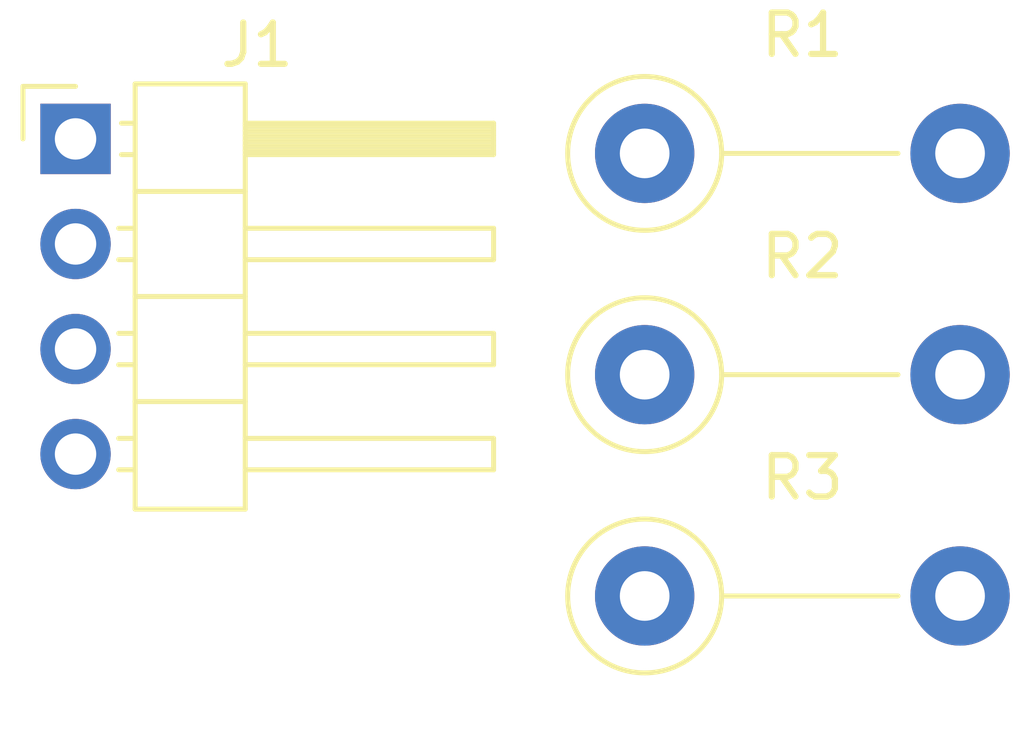
<source format=kicad_pcb>
(kicad_pcb (version 20171130) (host pcbnew "(5.1.7)-1")

  (general
    (thickness 1.6)
    (drawings 0)
    (tracks 0)
    (zones 0)
    (modules 4)
    (nets 11)
  )

  (page A4)
  (layers
    (0 F.Cu signal)
    (31 B.Cu signal)
    (32 B.Adhes user)
    (33 F.Adhes user)
    (34 B.Paste user)
    (35 F.Paste user)
    (36 B.SilkS user)
    (37 F.SilkS user)
    (38 B.Mask user)
    (39 F.Mask user)
    (40 Dwgs.User user)
    (41 Cmts.User user)
    (42 Eco1.User user)
    (43 Eco2.User user)
    (44 Edge.Cuts user)
    (45 Margin user)
    (46 B.CrtYd user)
    (47 F.CrtYd user)
    (48 B.Fab user)
    (49 F.Fab user)
  )

  (setup
    (last_trace_width 0.25)
    (trace_clearance 0.2)
    (zone_clearance 0.508)
    (zone_45_only no)
    (trace_min 0.2)
    (via_size 0.8)
    (via_drill 0.4)
    (via_min_size 0.4)
    (via_min_drill 0.3)
    (uvia_size 0.3)
    (uvia_drill 0.1)
    (uvias_allowed no)
    (uvia_min_size 0.2)
    (uvia_min_drill 0.1)
    (edge_width 0.05)
    (segment_width 0.2)
    (pcb_text_width 0.3)
    (pcb_text_size 1.5 1.5)
    (mod_edge_width 0.12)
    (mod_text_size 1 1)
    (mod_text_width 0.15)
    (pad_size 1.524 1.524)
    (pad_drill 0.762)
    (pad_to_mask_clearance 0)
    (aux_axis_origin 0 0)
    (visible_elements FFFFFF7F)
    (pcbplotparams
      (layerselection 0x010fc_ffffffff)
      (usegerberextensions false)
      (usegerberattributes true)
      (usegerberadvancedattributes true)
      (creategerberjobfile true)
      (excludeedgelayer true)
      (linewidth 0.100000)
      (plotframeref false)
      (viasonmask false)
      (mode 1)
      (useauxorigin false)
      (hpglpennumber 1)
      (hpglpenspeed 20)
      (hpglpendiameter 15.000000)
      (psnegative false)
      (psa4output false)
      (plotreference true)
      (plotvalue true)
      (plotinvisibletext false)
      (padsonsilk false)
      (subtractmaskfromsilk false)
      (outputformat 1)
      (mirror false)
      (drillshape 1)
      (scaleselection 1)
      (outputdirectory ""))
  )

  (net 0 "")
  (net 1 R_LED)
  (net 2 G_LED)
  (net 3 B_LED)
  (net 4 +9VA)
  (net 5 "Net-(Q1-Pad3)")
  (net 6 Sw-R)
  (net 7 "Net-(Q2-Pad3)")
  (net 8 Sw-G)
  (net 9 "Net-(Q3-Pad3)")
  (net 10 Sw-B)

  (net_class Default "This is the default net class."
    (clearance 0.2)
    (trace_width 0.25)
    (via_dia 0.8)
    (via_drill 0.4)
    (uvia_dia 0.3)
    (uvia_drill 0.1)
    (add_net +9VA)
    (add_net B_LED)
    (add_net G_LED)
    (add_net "Net-(Q1-Pad3)")
    (add_net "Net-(Q2-Pad3)")
    (add_net "Net-(Q3-Pad3)")
    (add_net R_LED)
    (add_net Sw-B)
    (add_net Sw-G)
    (add_net Sw-R)
  )

  (module Resistors_ThroughHole:R_Axial_DIN0411_L9.9mm_D3.6mm_P7.62mm_Vertical (layer F.Cu) (tedit 5874F706) (tstamp 5FCC1F89)
    (at 117.128 84.71)
    (descr "Resistor, Axial_DIN0411 series, Axial, Vertical, pin pitch=7.62mm, 1W = 1/1W, length*diameter=9.9*3.6mm^2")
    (tags "Resistor Axial_DIN0411 series Axial Vertical pin pitch 7.62mm 1W = 1/1W length 9.9mm diameter 3.6mm")
    (path /5FB8241D)
    (fp_text reference R3 (at 3.81 -2.86) (layer F.SilkS)
      (effects (font (size 1 1) (thickness 0.15)))
    )
    (fp_text value 1500 (at 3.81 2.86) (layer F.Fab)
      (effects (font (size 1 1) (thickness 0.15)))
    )
    (fp_line (start 9.15 -2.15) (end -2.15 -2.15) (layer F.CrtYd) (width 0.05))
    (fp_line (start 9.15 2.15) (end 9.15 -2.15) (layer F.CrtYd) (width 0.05))
    (fp_line (start -2.15 2.15) (end 9.15 2.15) (layer F.CrtYd) (width 0.05))
    (fp_line (start -2.15 -2.15) (end -2.15 2.15) (layer F.CrtYd) (width 0.05))
    (fp_line (start 1.86 0) (end 6.12 0) (layer F.SilkS) (width 0.12))
    (fp_line (start 0 0) (end 7.62 0) (layer F.Fab) (width 0.1))
    (fp_circle (center 0 0) (end 1.86 0) (layer F.SilkS) (width 0.12))
    (fp_circle (center 0 0) (end 1.8 0) (layer F.Fab) (width 0.1))
    (pad 1 thru_hole circle (at 0 0) (size 2.4 2.4) (drill 1.2) (layers *.Cu *.Mask)
      (net 9 "Net-(Q3-Pad3)"))
    (pad 2 thru_hole oval (at 7.62 0) (size 2.4 2.4) (drill 1.2) (layers *.Cu *.Mask)
      (net 10 Sw-B))
    (model ${KISYS3DMOD}/Resistors_THT.3dshapes/R_Axial_DIN0411_L9.9mm_D3.6mm_P7.62mm_Vertical.wrl
      (at (xyz 0 0 0))
      (scale (xyz 0.393701 0.393701 0.393701))
      (rotate (xyz 0 0 0))
    )
  )

  (module Resistors_ThroughHole:R_Axial_DIN0411_L9.9mm_D3.6mm_P7.62mm_Vertical (layer F.Cu) (tedit 5874F706) (tstamp 5FCC1F86)
    (at 117.128 79.36)
    (descr "Resistor, Axial_DIN0411 series, Axial, Vertical, pin pitch=7.62mm, 1W = 1/1W, length*diameter=9.9*3.6mm^2")
    (tags "Resistor Axial_DIN0411 series Axial Vertical pin pitch 7.62mm 1W = 1/1W length 9.9mm diameter 3.6mm")
    (path /5FB80264)
    (fp_text reference R2 (at 3.81 -2.86) (layer F.SilkS)
      (effects (font (size 1 1) (thickness 0.15)))
    )
    (fp_text value 1500 (at 3.81 2.86) (layer F.Fab)
      (effects (font (size 1 1) (thickness 0.15)))
    )
    (fp_line (start 9.15 -2.15) (end -2.15 -2.15) (layer F.CrtYd) (width 0.05))
    (fp_line (start 9.15 2.15) (end 9.15 -2.15) (layer F.CrtYd) (width 0.05))
    (fp_line (start -2.15 2.15) (end 9.15 2.15) (layer F.CrtYd) (width 0.05))
    (fp_line (start -2.15 -2.15) (end -2.15 2.15) (layer F.CrtYd) (width 0.05))
    (fp_line (start 1.86 0) (end 6.12 0) (layer F.SilkS) (width 0.12))
    (fp_line (start 0 0) (end 7.62 0) (layer F.Fab) (width 0.1))
    (fp_circle (center 0 0) (end 1.86 0) (layer F.SilkS) (width 0.12))
    (fp_circle (center 0 0) (end 1.8 0) (layer F.Fab) (width 0.1))
    (pad 1 thru_hole circle (at 0 0) (size 2.4 2.4) (drill 1.2) (layers *.Cu *.Mask)
      (net 7 "Net-(Q2-Pad3)"))
    (pad 2 thru_hole oval (at 7.62 0) (size 2.4 2.4) (drill 1.2) (layers *.Cu *.Mask)
      (net 8 Sw-G))
    (model ${KISYS3DMOD}/Resistors_THT.3dshapes/R_Axial_DIN0411_L9.9mm_D3.6mm_P7.62mm_Vertical.wrl
      (at (xyz 0 0 0))
      (scale (xyz 0.393701 0.393701 0.393701))
      (rotate (xyz 0 0 0))
    )
  )

  (module Resistors_ThroughHole:R_Axial_DIN0411_L9.9mm_D3.6mm_P7.62mm_Vertical (layer F.Cu) (tedit 5874F706) (tstamp 5FCC1F83)
    (at 117.128 74.01)
    (descr "Resistor, Axial_DIN0411 series, Axial, Vertical, pin pitch=7.62mm, 1W = 1/1W, length*diameter=9.9*3.6mm^2")
    (tags "Resistor Axial_DIN0411 series Axial Vertical pin pitch 7.62mm 1W = 1/1W length 9.9mm diameter 3.6mm")
    (path /5FB8173A)
    (fp_text reference R1 (at 3.81 -2.86) (layer F.SilkS)
      (effects (font (size 1 1) (thickness 0.15)))
    )
    (fp_text value 1500 (at 3.81 2.86) (layer F.Fab)
      (effects (font (size 1 1) (thickness 0.15)))
    )
    (fp_line (start 9.15 -2.15) (end -2.15 -2.15) (layer F.CrtYd) (width 0.05))
    (fp_line (start 9.15 2.15) (end 9.15 -2.15) (layer F.CrtYd) (width 0.05))
    (fp_line (start -2.15 2.15) (end 9.15 2.15) (layer F.CrtYd) (width 0.05))
    (fp_line (start -2.15 -2.15) (end -2.15 2.15) (layer F.CrtYd) (width 0.05))
    (fp_line (start 1.86 0) (end 6.12 0) (layer F.SilkS) (width 0.12))
    (fp_line (start 0 0) (end 7.62 0) (layer F.Fab) (width 0.1))
    (fp_circle (center 0 0) (end 1.86 0) (layer F.SilkS) (width 0.12))
    (fp_circle (center 0 0) (end 1.8 0) (layer F.Fab) (width 0.1))
    (pad 1 thru_hole circle (at 0 0) (size 2.4 2.4) (drill 1.2) (layers *.Cu *.Mask)
      (net 5 "Net-(Q1-Pad3)"))
    (pad 2 thru_hole oval (at 7.62 0) (size 2.4 2.4) (drill 1.2) (layers *.Cu *.Mask)
      (net 6 Sw-R))
    (model ${KISYS3DMOD}/Resistors_THT.3dshapes/R_Axial_DIN0411_L9.9mm_D3.6mm_P7.62mm_Vertical.wrl
      (at (xyz 0 0 0))
      (scale (xyz 0.393701 0.393701 0.393701))
      (rotate (xyz 0 0 0))
    )
  )

  (module Pin_Headers:Pin_Header_Angled_1x04_Pitch2.54mm (layer F.Cu) (tedit 59650532) (tstamp 5FCC1F80)
    (at 103.378 73.66)
    (descr "Through hole angled pin header, 1x04, 2.54mm pitch, 6mm pin length, single row")
    (tags "Through hole angled pin header THT 1x04 2.54mm single row")
    (path /5FB77CA4)
    (fp_text reference J1 (at 4.385 -2.27) (layer F.SilkS)
      (effects (font (size 1 1) (thickness 0.15)))
    )
    (fp_text value Conn_01x04 (at 4.385 9.89) (layer F.Fab)
      (effects (font (size 1 1) (thickness 0.15)))
    )
    (fp_line (start 10.55 -1.8) (end -1.8 -1.8) (layer F.CrtYd) (width 0.05))
    (fp_line (start 10.55 9.4) (end 10.55 -1.8) (layer F.CrtYd) (width 0.05))
    (fp_line (start -1.8 9.4) (end 10.55 9.4) (layer F.CrtYd) (width 0.05))
    (fp_line (start -1.8 -1.8) (end -1.8 9.4) (layer F.CrtYd) (width 0.05))
    (fp_line (start -1.27 -1.27) (end 0 -1.27) (layer F.SilkS) (width 0.12))
    (fp_line (start -1.27 0) (end -1.27 -1.27) (layer F.SilkS) (width 0.12))
    (fp_line (start 1.042929 8) (end 1.44 8) (layer F.SilkS) (width 0.12))
    (fp_line (start 1.042929 7.24) (end 1.44 7.24) (layer F.SilkS) (width 0.12))
    (fp_line (start 10.1 8) (end 4.1 8) (layer F.SilkS) (width 0.12))
    (fp_line (start 10.1 7.24) (end 10.1 8) (layer F.SilkS) (width 0.12))
    (fp_line (start 4.1 7.24) (end 10.1 7.24) (layer F.SilkS) (width 0.12))
    (fp_line (start 1.44 6.35) (end 4.1 6.35) (layer F.SilkS) (width 0.12))
    (fp_line (start 1.042929 5.46) (end 1.44 5.46) (layer F.SilkS) (width 0.12))
    (fp_line (start 1.042929 4.7) (end 1.44 4.7) (layer F.SilkS) (width 0.12))
    (fp_line (start 10.1 5.46) (end 4.1 5.46) (layer F.SilkS) (width 0.12))
    (fp_line (start 10.1 4.7) (end 10.1 5.46) (layer F.SilkS) (width 0.12))
    (fp_line (start 4.1 4.7) (end 10.1 4.7) (layer F.SilkS) (width 0.12))
    (fp_line (start 1.44 3.81) (end 4.1 3.81) (layer F.SilkS) (width 0.12))
    (fp_line (start 1.042929 2.92) (end 1.44 2.92) (layer F.SilkS) (width 0.12))
    (fp_line (start 1.042929 2.16) (end 1.44 2.16) (layer F.SilkS) (width 0.12))
    (fp_line (start 10.1 2.92) (end 4.1 2.92) (layer F.SilkS) (width 0.12))
    (fp_line (start 10.1 2.16) (end 10.1 2.92) (layer F.SilkS) (width 0.12))
    (fp_line (start 4.1 2.16) (end 10.1 2.16) (layer F.SilkS) (width 0.12))
    (fp_line (start 1.44 1.27) (end 4.1 1.27) (layer F.SilkS) (width 0.12))
    (fp_line (start 1.11 0.38) (end 1.44 0.38) (layer F.SilkS) (width 0.12))
    (fp_line (start 1.11 -0.38) (end 1.44 -0.38) (layer F.SilkS) (width 0.12))
    (fp_line (start 4.1 0.28) (end 10.1 0.28) (layer F.SilkS) (width 0.12))
    (fp_line (start 4.1 0.16) (end 10.1 0.16) (layer F.SilkS) (width 0.12))
    (fp_line (start 4.1 0.04) (end 10.1 0.04) (layer F.SilkS) (width 0.12))
    (fp_line (start 4.1 -0.08) (end 10.1 -0.08) (layer F.SilkS) (width 0.12))
    (fp_line (start 4.1 -0.2) (end 10.1 -0.2) (layer F.SilkS) (width 0.12))
    (fp_line (start 4.1 -0.32) (end 10.1 -0.32) (layer F.SilkS) (width 0.12))
    (fp_line (start 10.1 0.38) (end 4.1 0.38) (layer F.SilkS) (width 0.12))
    (fp_line (start 10.1 -0.38) (end 10.1 0.38) (layer F.SilkS) (width 0.12))
    (fp_line (start 4.1 -0.38) (end 10.1 -0.38) (layer F.SilkS) (width 0.12))
    (fp_line (start 4.1 -1.33) (end 1.44 -1.33) (layer F.SilkS) (width 0.12))
    (fp_line (start 4.1 8.95) (end 4.1 -1.33) (layer F.SilkS) (width 0.12))
    (fp_line (start 1.44 8.95) (end 4.1 8.95) (layer F.SilkS) (width 0.12))
    (fp_line (start 1.44 -1.33) (end 1.44 8.95) (layer F.SilkS) (width 0.12))
    (fp_line (start 4.04 7.94) (end 10.04 7.94) (layer F.Fab) (width 0.1))
    (fp_line (start 10.04 7.3) (end 10.04 7.94) (layer F.Fab) (width 0.1))
    (fp_line (start 4.04 7.3) (end 10.04 7.3) (layer F.Fab) (width 0.1))
    (fp_line (start -0.32 7.94) (end 1.5 7.94) (layer F.Fab) (width 0.1))
    (fp_line (start -0.32 7.3) (end -0.32 7.94) (layer F.Fab) (width 0.1))
    (fp_line (start -0.32 7.3) (end 1.5 7.3) (layer F.Fab) (width 0.1))
    (fp_line (start 4.04 5.4) (end 10.04 5.4) (layer F.Fab) (width 0.1))
    (fp_line (start 10.04 4.76) (end 10.04 5.4) (layer F.Fab) (width 0.1))
    (fp_line (start 4.04 4.76) (end 10.04 4.76) (layer F.Fab) (width 0.1))
    (fp_line (start -0.32 5.4) (end 1.5 5.4) (layer F.Fab) (width 0.1))
    (fp_line (start -0.32 4.76) (end -0.32 5.4) (layer F.Fab) (width 0.1))
    (fp_line (start -0.32 4.76) (end 1.5 4.76) (layer F.Fab) (width 0.1))
    (fp_line (start 4.04 2.86) (end 10.04 2.86) (layer F.Fab) (width 0.1))
    (fp_line (start 10.04 2.22) (end 10.04 2.86) (layer F.Fab) (width 0.1))
    (fp_line (start 4.04 2.22) (end 10.04 2.22) (layer F.Fab) (width 0.1))
    (fp_line (start -0.32 2.86) (end 1.5 2.86) (layer F.Fab) (width 0.1))
    (fp_line (start -0.32 2.22) (end -0.32 2.86) (layer F.Fab) (width 0.1))
    (fp_line (start -0.32 2.22) (end 1.5 2.22) (layer F.Fab) (width 0.1))
    (fp_line (start 4.04 0.32) (end 10.04 0.32) (layer F.Fab) (width 0.1))
    (fp_line (start 10.04 -0.32) (end 10.04 0.32) (layer F.Fab) (width 0.1))
    (fp_line (start 4.04 -0.32) (end 10.04 -0.32) (layer F.Fab) (width 0.1))
    (fp_line (start -0.32 0.32) (end 1.5 0.32) (layer F.Fab) (width 0.1))
    (fp_line (start -0.32 -0.32) (end -0.32 0.32) (layer F.Fab) (width 0.1))
    (fp_line (start -0.32 -0.32) (end 1.5 -0.32) (layer F.Fab) (width 0.1))
    (fp_line (start 1.5 -0.635) (end 2.135 -1.27) (layer F.Fab) (width 0.1))
    (fp_line (start 1.5 8.89) (end 1.5 -0.635) (layer F.Fab) (width 0.1))
    (fp_line (start 4.04 8.89) (end 1.5 8.89) (layer F.Fab) (width 0.1))
    (fp_line (start 4.04 -1.27) (end 4.04 8.89) (layer F.Fab) (width 0.1))
    (fp_line (start 2.135 -1.27) (end 4.04 -1.27) (layer F.Fab) (width 0.1))
    (fp_text user %R (at 2.77 3.81 90) (layer F.Fab)
      (effects (font (size 1 1) (thickness 0.15)))
    )
    (pad 1 thru_hole rect (at 0 0) (size 1.7 1.7) (drill 1) (layers *.Cu *.Mask)
      (net 1 R_LED))
    (pad 2 thru_hole oval (at 0 2.54) (size 1.7 1.7) (drill 1) (layers *.Cu *.Mask)
      (net 2 G_LED))
    (pad 3 thru_hole oval (at 0 5.08) (size 1.7 1.7) (drill 1) (layers *.Cu *.Mask)
      (net 3 B_LED))
    (pad 4 thru_hole oval (at 0 7.62) (size 1.7 1.7) (drill 1) (layers *.Cu *.Mask)
      (net 4 +9VA))
    (model ${KISYS3DMOD}/Pin_Headers.3dshapes/Pin_Header_Angled_1x04_Pitch2.54mm.wrl
      (at (xyz 0 0 0))
      (scale (xyz 1 1 1))
      (rotate (xyz 0 0 0))
    )
  )

)

</source>
